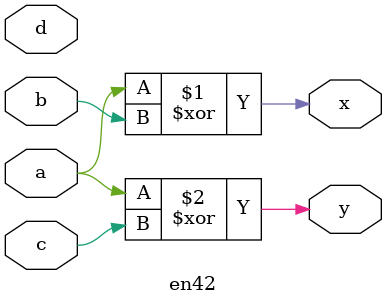
<source format=v>
module en42(a,b,c,d,x,y);
output x,y;
input a,b,c,d;
  xor (x , a , b);
  xor (y , a , c);
endmodule

</source>
